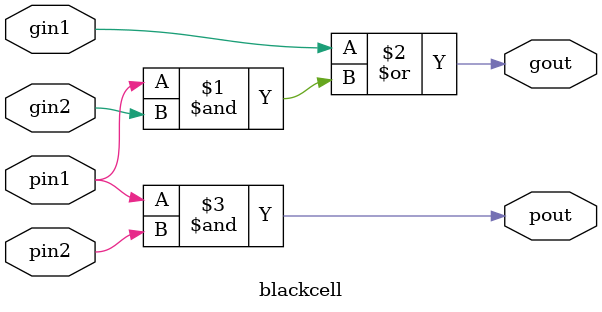
<source format=v>
`timescale 1ns / 1ps


module blackcell(pout,gout,pin1,gin1,pin2,gin2);
input pin1,pin2,gin1,gin2;
output pout,gout;
    assign gout=gin1|(pin1&gin2);
    assign pout=pin1&pin2;
endmodule

</source>
